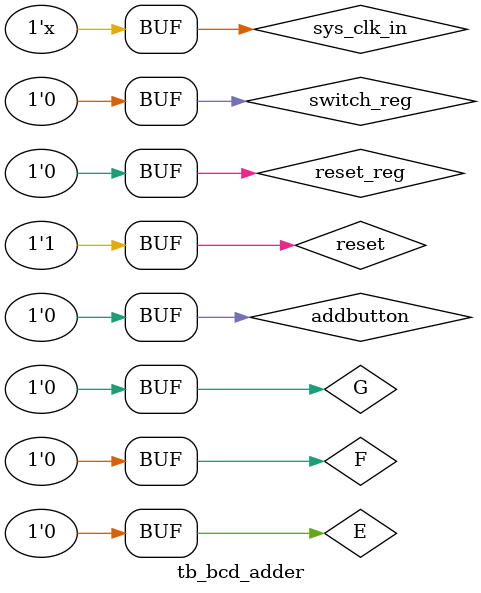
<source format=v>
`timescale 1ns/1ns
module tb_bcd_adder();
    reg sys_clk_in;
    reg reset;
    //
    reg addbutton;
    reg reset_reg;
    reg switch_reg;
    //
    reg E; 
    reg F;
    reg G;
    //
    wire [3:0] display_num;
    //
    wire [3:0] pin_control;
    wire clk_out;  
    wire [7:0] display_out;
    wire [7:0] seg_control;

parameter clk_freq = 28'd1000_0000; // 10MHz clock input
parameter single_key_refresh_rate = 28'd500_0000; // 5MHz shift frequency

bcd_adder #(
    .clk_freq(clk_freq),
    .single_key_refresh_rate(single_key_refresh_rate)
) UUT1(
    .sys_clk_in(sys_clk_in),
    .reset(reset),
    .addbutton(addbutton),
    .reset_reg(reset_reg),
    .switch_reg(switch_reg),
    .E(E),
    .F(F),
    .G(G),
    .display_num(display_num),
    .pin_control(pin_control),
    .clk_out(clk_out),
    .display_out(display_out),
    .seg_control(seg_control)
);

initial 
begin
        sys_clk_in = 1'b0; // Initialize the clock input to 0
        addbutton = 1'b0; // Initialize the addbutton to disabled
        reset_reg = 1'b0; // Initialize the reset_reg to disabled
        switch_reg = 1'b0; // Initialize the switch_reg to first register
    #1  reset = 1'b1; // Initialize the clock input to 0
    #1  reset = 1'b0; // Initialize the clock input to 0
    #1  reset = 1'b1; // Initialize the clock input to 0
    #1  
        begin
        E = 1'b0; 
        F = 1'b0;
        G = 1'b0; 
        end
    
    //simulate 0 + 0 zero addition
    #71 
        begin
        E = 1'b0; 
        F = 1'b1; 
        G = 1'b0; 
        end
    #10
        begin
        E = 1'b0; 
        F = 1'b0; 
        G = 1'b0; 
        end
    #10 
        begin
        switch_reg = 1'b1; // Change the switch_reg to second register
        end
    #60
        begin
        E = 1'b0; 
        F = 1'b1;
        G = 1'b0; 
        end
    #10
        begin
        E = 1'b0; 
        F = 1'b0; 
        G = 1'b0; 
        end
    #10 
        begin
        switch_reg = 1'b0; //  Change the switch_reg to first register
        end
    #10 
        begin
        addbutton = 1'b1; // Enable the addbutton
        end
    #10 
        begin
        addbutton = 1'b0; // Disable the addbutton
        end
    #20 
        begin
        reset_reg = 1'b1; // Reset the registers
        end
    #10 
        begin
        reset_reg = 1'b0; // Disable the reset_reg
        end
    //End of zero addition
    //Simulate 3 + 3 normal addition
    #30 
        begin
        E = 1'b0; 
        F = 1'b0; 
        G = 1'b1; 
        end
    #10
        begin
        E = 1'b0; 
        F = 1'b0; 
        G = 1'b0; 
        end
    #10 
        begin
        switch_reg = 1'b1; // Change the switch_reg to second register
        end
    #60
        begin
        E = 1'b0; 
        F = 1'b0; 
        G = 1'b1; 
        end
    #10
        begin
        E = 1'b0; 
        F = 1'b0; 
        G = 1'b0; 
        end
    #10 
        begin
        switch_reg = 1'b0; //  Change the switch_reg to first register
        end
    #10 
        begin
        addbutton = 1'b1; // Enable the addbutton
        end
    #40 
        begin
        addbutton = 1'b0; // Disable the addbutton
        end
    #20 
        begin
        reset_reg = 1'b1; // Reset the registers
        end
    #10 
        begin
        reset_reg = 1'b0; // Disable the reset_reg
        end
    //End normal addition
    //Simulate 5 + 5 carry addition
    #80 
        begin
        E = 1'b0; 
        F = 1'b1; 
        G = 1'b0; 
        end
    #10
        begin
        E = 1'b0; 
        F = 1'b0; 
        G = 1'b0; 
        end
    #10 
        begin
        switch_reg = 1'b1; // Change the switch_reg to second register
        end
    #60
        begin
        E = 1'b0; 
        F = 1'b1; 
        G = 1'b0; 
        end
    #10
        begin
        E = 1'b0; 
        F = 1'b0; 
        G = 1'b0; 
        end
    #10 
        begin
        switch_reg = 1'b0; //  Change the switch_reg to first register
        end
    #10 
        begin
        addbutton = 1'b1; // Enable the addbutton
        end
    #40 
        begin
        addbutton = 1'b0; // Disable the addbutton
        end
    #20 
        begin
        reset_reg = 1'b1; // Reset the registers
        end
    #10 
        begin
        reset_reg = 1'b0; // Disable the reset_reg
        end
    //End carry addition
    //Simulate 9+9 maximun addition
    #80 
        begin
        E = 1'b0; 
        F = 1'b0; 
        G = 1'b1; 
        end
    #10
        begin
        E = 1'b0; 
        F = 1'b0; 
        G = 1'b0; 
        end
    #10 
        begin
        switch_reg = 1'b1; // Change the switch_reg to second register
        end
    #60
        begin
        E = 1'b0; 
        F = 1'b0; 
        G = 1'b1; 
        end
    #10
        begin
        E = 1'b0; 
        F = 1'b0; 
        G = 1'b0; 
        end
    #10 
        begin
        switch_reg = 1'b0; //  Change the switch_reg to first register
        end
    #10 
        begin
        addbutton = 1'b1; // Enable the addbutton
        end
    #40 
        begin
        addbutton = 1'b0; // Disable the addbutton
        end
    #20 
        begin
        reset_reg = 1'b1; // Reset the registers
        end
    #10 
        begin
        reset_reg = 1'b0; // Disable the reset_reg
        end
    //End maximun addition
end

always
begin
    #5 sys_clk_in = ~sys_clk_in; // Toggle the clock input every 5 time units
end

endmodule
</source>
